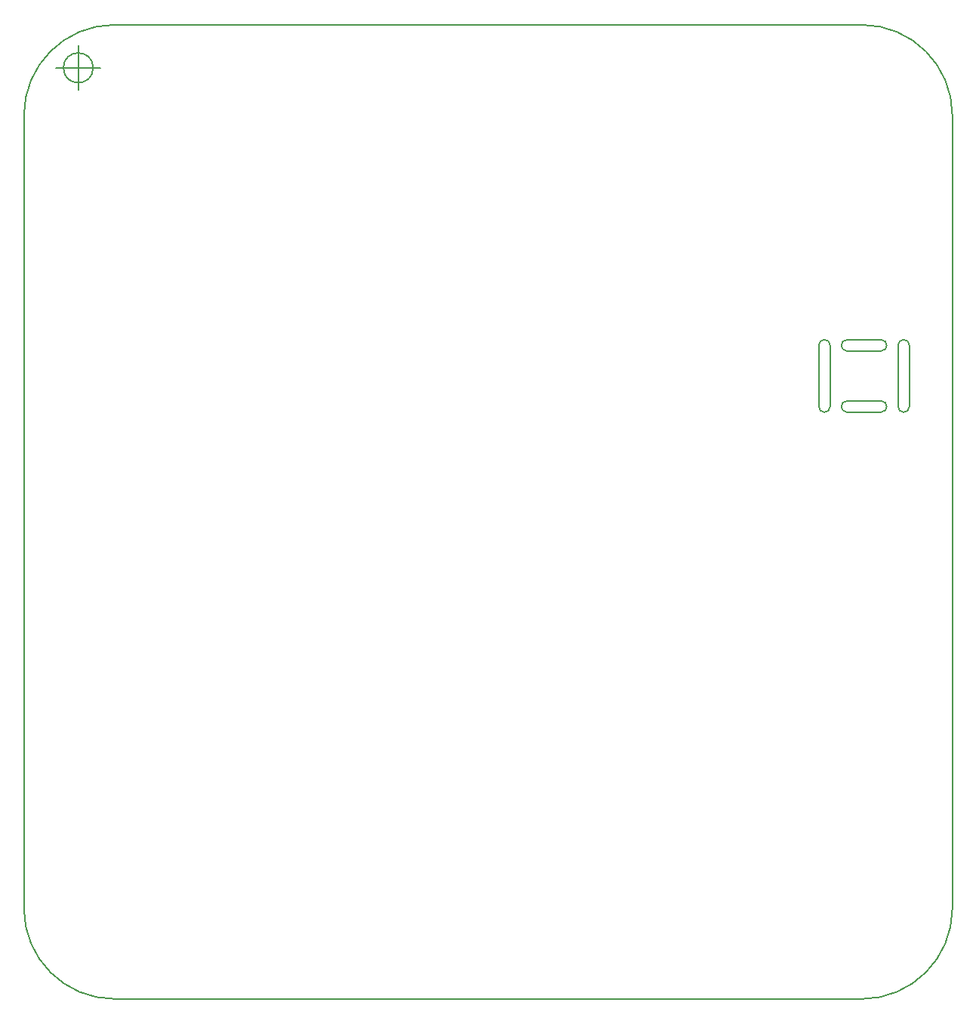
<source format=gbr>
G04 #@! TF.FileFunction,Profile,NP*
%FSLAX46Y46*%
G04 Gerber Fmt 4.6, Leading zero omitted, Abs format (unit mm)*
G04 Created by KiCad (PCBNEW 4.0.7) date Wed Feb 21 10:35:18 2018*
%MOMM*%
%LPD*%
G01*
G04 APERTURE LIST*
%ADD10C,0.025400*%
%ADD11C,0.150000*%
G04 APERTURE END LIST*
D10*
D11*
X99710666Y-33782000D02*
G75*
G03X99710666Y-33782000I-1666666J0D01*
G01*
X95544000Y-33782000D02*
X100544000Y-33782000D01*
X98044000Y-31282000D02*
X98044000Y-36282000D01*
X181102000Y-71755000D02*
G75*
G03X182372000Y-71755000I635000J0D01*
G01*
X182372000Y-64897000D02*
G75*
G03X181102000Y-64897000I-635000J0D01*
G01*
X188087000Y-65532000D02*
G75*
G03X188087000Y-64262000I0J635000D01*
G01*
X184277000Y-64262000D02*
G75*
G03X184277000Y-65532000I0J-635000D01*
G01*
X184277000Y-71120000D02*
G75*
G03X184277000Y-72390000I0J-635000D01*
G01*
X188087000Y-72390000D02*
G75*
G03X188087000Y-71120000I0J635000D01*
G01*
X189992000Y-71755000D02*
G75*
G03X191262000Y-71755000I635000J0D01*
G01*
X191262000Y-64897000D02*
G75*
G03X189992000Y-64897000I-635000J0D01*
G01*
X182372000Y-71755000D02*
X182372000Y-64897000D01*
X181102000Y-64897000D02*
X181102000Y-71755000D01*
X191262000Y-71755000D02*
X191262000Y-64897000D01*
X189992000Y-64897000D02*
X189992000Y-71755000D01*
X188087000Y-72390000D02*
X184277000Y-72390000D01*
X188087000Y-71120000D02*
X184277000Y-71120000D01*
X188087000Y-64262000D02*
X184277000Y-64262000D01*
X184277000Y-65532000D02*
X188087000Y-65532000D01*
X185928000Y-138176000D02*
G75*
G03X196088000Y-128016000I0J10160000D01*
G01*
X91948000Y-128016000D02*
G75*
G03X102108000Y-138176000I10160000J0D01*
G01*
X102108000Y-28956000D02*
G75*
G03X91948000Y-39116000I0J-10160000D01*
G01*
X196088000Y-39116000D02*
G75*
G03X185928000Y-28956000I-10160000J0D01*
G01*
X185928000Y-28956000D02*
X102108000Y-28956000D01*
X196088000Y-128016000D02*
X196088000Y-39116000D01*
X102108000Y-138176000D02*
X185928000Y-138176000D01*
X91948000Y-39116000D02*
X91948000Y-128016000D01*
M02*

</source>
